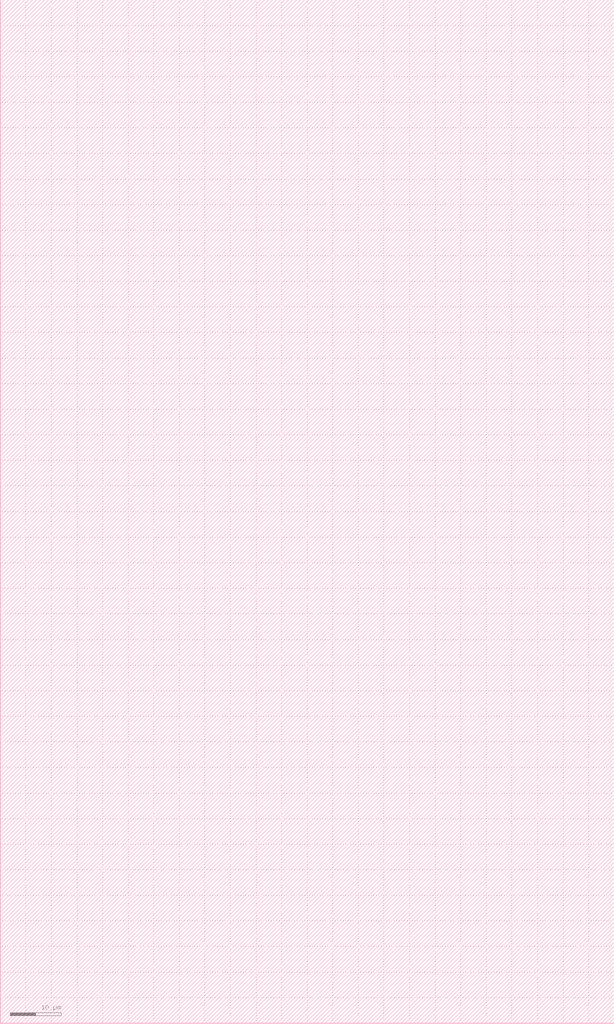
<source format=lef>
VERSION 5.7 ;
  NOWIREEXTENSIONATPIN ON ;
  DIVIDERCHAR "/" ;
  BUSBITCHARS "[]" ;
MACRO empty_macro_1
  CLASS BLOCK ;
  FOREIGN empty_macro_1 ;
  ORIGIN 0.000 0.000 ;
  SIZE 120.000 BY 200.000 ;
END empty_macro_1
END LIBRARY
</source>
